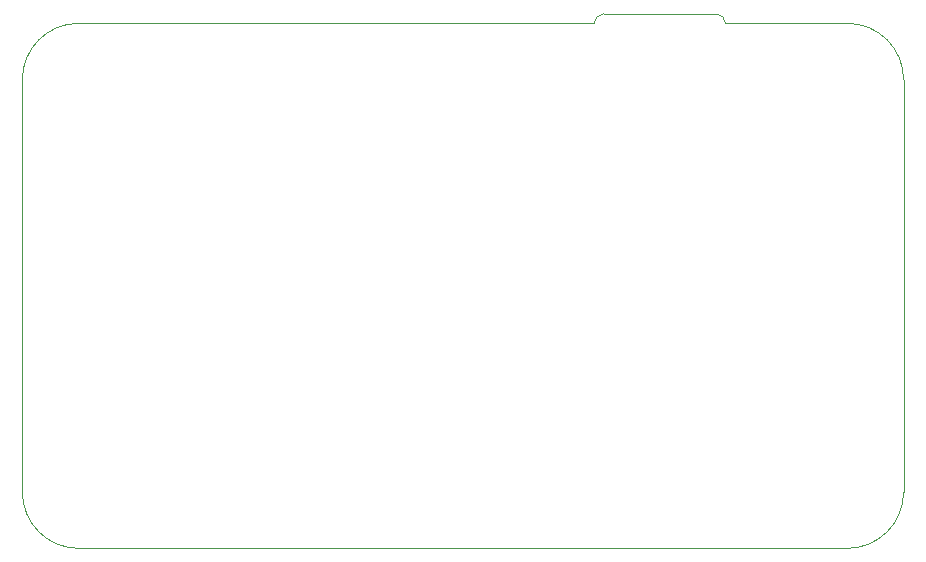
<source format=gm1>
%TF.GenerationSoftware,KiCad,Pcbnew,(5.1.10-1-10_14)*%
%TF.CreationDate,2021-05-18T16:18:39+02:00*%
%TF.ProjectId,dirac_delta,64697261-635f-4646-956c-74612e6b6963,rev?*%
%TF.SameCoordinates,Original*%
%TF.FileFunction,Profile,NP*%
%FSLAX46Y46*%
G04 Gerber Fmt 4.6, Leading zero omitted, Abs format (unit mm)*
G04 Created by KiCad (PCBNEW (5.1.10-1-10_14)) date 2021-05-18 16:18:39*
%MOMM*%
%LPD*%
G01*
G04 APERTURE LIST*
%TA.AperFunction,Profile*%
%ADD10C,0.050000*%
%TD*%
G04 APERTURE END LIST*
D10*
X69056250Y-19843750D02*
X25400000Y-19843750D01*
X79375000Y-19050000D02*
X69850000Y-19050000D01*
X90487500Y-19843750D02*
X80168750Y-19843750D01*
X69056250Y-19843750D02*
G75*
G02*
X69850000Y-19050000I793750J0D01*
G01*
X79375000Y-19050000D02*
G75*
G02*
X80168750Y-19843750I0J-793750D01*
G01*
X20637500Y-59531250D02*
X20637500Y-24606250D01*
X90487500Y-64293750D02*
X25400000Y-64293750D01*
X25400000Y-64293750D02*
G75*
G02*
X20637500Y-59531250I0J4762500D01*
G01*
X95250000Y-24606250D02*
X95250000Y-59531250D01*
X95250000Y-59531250D02*
G75*
G02*
X90487500Y-64293750I-4762500J0D01*
G01*
X90487500Y-19843750D02*
G75*
G02*
X95250000Y-24606250I0J-4762500D01*
G01*
X20637500Y-24606250D02*
G75*
G02*
X25400000Y-19843750I4762500J0D01*
G01*
M02*

</source>
